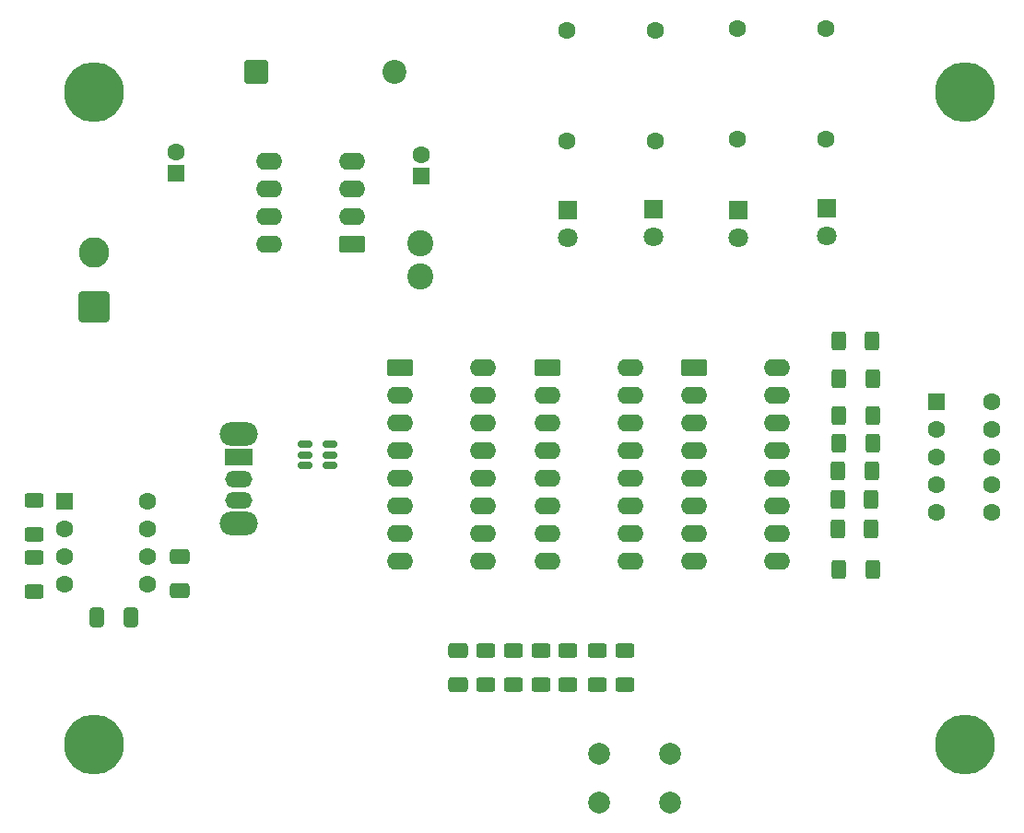
<source format=gbr>
%TF.GenerationSoftware,KiCad,Pcbnew,9.0.3*%
%TF.CreationDate,2025-12-16T11:33:00+01:00*%
%TF.ProjectId,Crnic_PTP_Project1,43726e69-635f-4505-9450-5f50726f6a65,rev?*%
%TF.SameCoordinates,Original*%
%TF.FileFunction,Soldermask,Top*%
%TF.FilePolarity,Negative*%
%FSLAX46Y46*%
G04 Gerber Fmt 4.6, Leading zero omitted, Abs format (unit mm)*
G04 Created by KiCad (PCBNEW 9.0.3) date 2025-12-16 11:33:00*
%MOMM*%
%LPD*%
G01*
G04 APERTURE LIST*
G04 Aperture macros list*
%AMRoundRect*
0 Rectangle with rounded corners*
0 $1 Rounding radius*
0 $2 $3 $4 $5 $6 $7 $8 $9 X,Y pos of 4 corners*
0 Add a 4 corners polygon primitive as box body*
4,1,4,$2,$3,$4,$5,$6,$7,$8,$9,$2,$3,0*
0 Add four circle primitives for the rounded corners*
1,1,$1+$1,$2,$3*
1,1,$1+$1,$4,$5*
1,1,$1+$1,$6,$7*
1,1,$1+$1,$8,$9*
0 Add four rect primitives between the rounded corners*
20,1,$1+$1,$2,$3,$4,$5,0*
20,1,$1+$1,$4,$5,$6,$7,0*
20,1,$1+$1,$6,$7,$8,$9,0*
20,1,$1+$1,$8,$9,$2,$3,0*%
G04 Aperture macros list end*
%ADD10RoundRect,0.250000X-0.625000X0.400000X-0.625000X-0.400000X0.625000X-0.400000X0.625000X0.400000X0*%
%ADD11R,1.800000X1.800000*%
%ADD12C,1.800000*%
%ADD13RoundRect,0.250000X0.625000X-0.400000X0.625000X0.400000X-0.625000X0.400000X-0.625000X-0.400000X0*%
%ADD14RoundRect,0.250000X-0.950000X-0.550000X0.950000X-0.550000X0.950000X0.550000X-0.950000X0.550000X0*%
%ADD15O,2.400000X1.600000*%
%ADD16RoundRect,0.250000X0.550000X-0.550000X0.550000X0.550000X-0.550000X0.550000X-0.550000X-0.550000X0*%
%ADD17C,1.600000*%
%ADD18RoundRect,0.250000X-0.412500X-0.650000X0.412500X-0.650000X0.412500X0.650000X-0.412500X0.650000X0*%
%ADD19RoundRect,0.250000X-0.400000X-0.625000X0.400000X-0.625000X0.400000X0.625000X-0.400000X0.625000X0*%
%ADD20O,3.500000X2.200000*%
%ADD21R,2.500000X1.500000*%
%ADD22O,2.500000X1.500000*%
%ADD23C,2.400000*%
%ADD24RoundRect,0.250000X-0.650000X0.412500X-0.650000X-0.412500X0.650000X-0.412500X0.650000X0.412500X0*%
%ADD25C,5.500000*%
%ADD26RoundRect,0.250000X-0.550000X-0.550000X0.550000X-0.550000X0.550000X0.550000X-0.550000X0.550000X0*%
%ADD27RoundRect,0.250000X0.950000X0.550000X-0.950000X0.550000X-0.950000X-0.550000X0.950000X-0.550000X0*%
%ADD28C,2.000000*%
%ADD29RoundRect,0.249999X-0.850001X-0.850001X0.850001X-0.850001X0.850001X0.850001X-0.850001X0.850001X0*%
%ADD30C,2.200000*%
%ADD31R,1.600000X1.600000*%
%ADD32RoundRect,0.250000X0.650000X-0.412500X0.650000X0.412500X-0.650000X0.412500X-0.650000X-0.412500X0*%
%ADD33RoundRect,0.150000X0.512500X0.150000X-0.512500X0.150000X-0.512500X-0.150000X0.512500X-0.150000X0*%
%ADD34RoundRect,0.250001X1.149999X-1.149999X1.149999X1.149999X-1.149999X1.149999X-1.149999X-1.149999X0*%
%ADD35C,2.800000*%
G04 APERTURE END LIST*
D10*
%TO.C,R19*%
X104550000Y-105300000D03*
X104550000Y-102200000D03*
%TD*%
D11*
%TO.C,D3*%
X169289087Y-75510000D03*
D12*
X169289087Y-78050000D03*
%TD*%
D13*
%TO.C,R9*%
X151100000Y-119050000D03*
X151100000Y-115950000D03*
%TD*%
D14*
%TO.C,U4*%
X165205000Y-89985000D03*
D15*
X165205000Y-92525000D03*
X165205000Y-95065000D03*
X165205000Y-97605000D03*
X165205000Y-100145000D03*
X165205000Y-102685000D03*
X165205000Y-105225000D03*
X165205000Y-107765000D03*
X172825000Y-107765000D03*
X172825000Y-105225000D03*
X172825000Y-102685000D03*
X172825000Y-100145000D03*
X172825000Y-97605000D03*
X172825000Y-95065000D03*
X172825000Y-92525000D03*
X172825000Y-89985000D03*
%TD*%
D16*
%TO.C,C2*%
X140125000Y-72375000D03*
D17*
X140125000Y-70375000D03*
%TD*%
D18*
%TO.C,C4*%
X110360000Y-112930000D03*
X113485000Y-112930000D03*
%TD*%
D13*
%TO.C,R13*%
X146075000Y-119075000D03*
X146075000Y-115975000D03*
%TD*%
D17*
%TO.C,R4*%
X177325000Y-68955000D03*
X177325000Y-58795000D03*
%TD*%
D19*
%TO.C,R8*%
X178379087Y-104779087D03*
X181479087Y-104779087D03*
%TD*%
D11*
%TO.C,D5*%
X177339087Y-75300000D03*
D12*
X177339087Y-77840000D03*
%TD*%
D17*
%TO.C,R3*%
X169200000Y-68955000D03*
X169200000Y-58795000D03*
%TD*%
D19*
%TO.C,R14*%
X178500000Y-108500000D03*
X181600000Y-108500000D03*
%TD*%
%TO.C,R18*%
X178479087Y-94354087D03*
X181579087Y-94354087D03*
%TD*%
D13*
%TO.C,R10*%
X153625000Y-119075000D03*
X153625000Y-115975000D03*
%TD*%
D19*
%TO.C,R16*%
X178479087Y-96879087D03*
X181579087Y-96879087D03*
%TD*%
D14*
%TO.C,U2*%
X138205000Y-89985000D03*
D15*
X138205000Y-92525000D03*
X138205000Y-95065000D03*
X138205000Y-97605000D03*
X138205000Y-100145000D03*
X138205000Y-102685000D03*
X138205000Y-105225000D03*
X138205000Y-107765000D03*
X145825000Y-107765000D03*
X145825000Y-105225000D03*
X145825000Y-102685000D03*
X145825000Y-100145000D03*
X145825000Y-97605000D03*
X145825000Y-95065000D03*
X145825000Y-92525000D03*
X145825000Y-89985000D03*
%TD*%
D10*
%TO.C,R20*%
X104550000Y-107425000D03*
X104550000Y-110525000D03*
%TD*%
D20*
%TO.C,SW2*%
X123350000Y-96100000D03*
X123350000Y-104300000D03*
D21*
X123350000Y-98200000D03*
D22*
X123350000Y-100200000D03*
X123350000Y-102200000D03*
%TD*%
D11*
%TO.C,D1*%
X153550000Y-75475000D03*
D12*
X153550000Y-78015000D03*
%TD*%
D16*
%TO.C,C1*%
X117575000Y-72125000D03*
D17*
X117575000Y-70125000D03*
%TD*%
D23*
%TO.C,L1*%
X140075000Y-81575000D03*
X140075000Y-78575000D03*
%TD*%
D24*
%TO.C,C5*%
X117960000Y-107342500D03*
X117960000Y-110467500D03*
%TD*%
D25*
%TO.C,H1*%
X190110913Y-64610913D03*
%TD*%
D14*
%TO.C,U3*%
X151705000Y-89985000D03*
D15*
X151705000Y-92525000D03*
X151705000Y-95065000D03*
X151705000Y-97605000D03*
X151705000Y-100145000D03*
X151705000Y-102685000D03*
X151705000Y-105225000D03*
X151705000Y-107765000D03*
X159325000Y-107765000D03*
X159325000Y-105225000D03*
X159325000Y-102685000D03*
X159325000Y-100145000D03*
X159325000Y-97605000D03*
X159325000Y-95065000D03*
X159325000Y-92525000D03*
X159325000Y-89985000D03*
%TD*%
D26*
%TO.C,U5*%
X107355000Y-102245000D03*
D17*
X107355000Y-104785000D03*
X107355000Y-107325000D03*
X107355000Y-109865000D03*
X114975000Y-109865000D03*
X114975000Y-107325000D03*
X114975000Y-104785000D03*
X114975000Y-102245000D03*
%TD*%
D27*
%TO.C,U1*%
X133785000Y-78610000D03*
D15*
X133785000Y-76070000D03*
X133785000Y-73530000D03*
X133785000Y-70990000D03*
X126165000Y-70990000D03*
X126165000Y-73530000D03*
X126165000Y-76070000D03*
X126165000Y-78610000D03*
%TD*%
D28*
%TO.C,SW1*%
X156475000Y-125400000D03*
X162975000Y-125400000D03*
X156475000Y-129900000D03*
X162975000Y-129900000D03*
%TD*%
D29*
%TO.C,D4*%
X124975000Y-62800000D03*
D30*
X137675000Y-62800000D03*
%TD*%
D13*
%TO.C,R7*%
X148600000Y-119075000D03*
X148600000Y-115975000D03*
%TD*%
%TO.C,R11*%
X156325000Y-119050000D03*
X156325000Y-115950000D03*
%TD*%
D17*
%TO.C,R2*%
X161625000Y-69155000D03*
X161625000Y-58995000D03*
%TD*%
D25*
%TO.C,H4*%
X110110913Y-64610913D03*
%TD*%
D31*
%TO.C,U7*%
X187424087Y-93119087D03*
D17*
X187424087Y-95659087D03*
X187424087Y-98199087D03*
X187424087Y-100739087D03*
X187424087Y-103279087D03*
X192504087Y-103279087D03*
X192504087Y-100739087D03*
X192504087Y-98199087D03*
X192504087Y-95659087D03*
X192504087Y-93119087D03*
%TD*%
D32*
%TO.C,C3*%
X143525000Y-119087500D03*
X143525000Y-115962500D03*
%TD*%
D33*
%TO.C,U6*%
X131722500Y-98925000D03*
X131722500Y-97975000D03*
X131722500Y-97025000D03*
X129447500Y-97025000D03*
X129447500Y-97975000D03*
X129447500Y-98925000D03*
%TD*%
D25*
%TO.C,H3*%
X110110913Y-124610913D03*
%TD*%
D17*
%TO.C,R1*%
X153500000Y-69160000D03*
X153500000Y-59000000D03*
%TD*%
D13*
%TO.C,R12*%
X158850000Y-119100000D03*
X158850000Y-116000000D03*
%TD*%
D34*
%TO.C,J1*%
X110067500Y-84400000D03*
D35*
X110067500Y-79400000D03*
%TD*%
D25*
%TO.C,H2*%
X190110913Y-124610913D03*
%TD*%
D19*
%TO.C,R6*%
X178379087Y-102079087D03*
X181479087Y-102079087D03*
%TD*%
D11*
%TO.C,D2*%
X161439087Y-75385000D03*
D12*
X161439087Y-77925000D03*
%TD*%
D19*
%TO.C,R17*%
X178479087Y-91000000D03*
X181579087Y-91000000D03*
%TD*%
%TO.C,R15*%
X178454087Y-87500000D03*
X181554087Y-87500000D03*
%TD*%
%TO.C,R5*%
X178429087Y-99454087D03*
X181529087Y-99454087D03*
%TD*%
M02*

</source>
